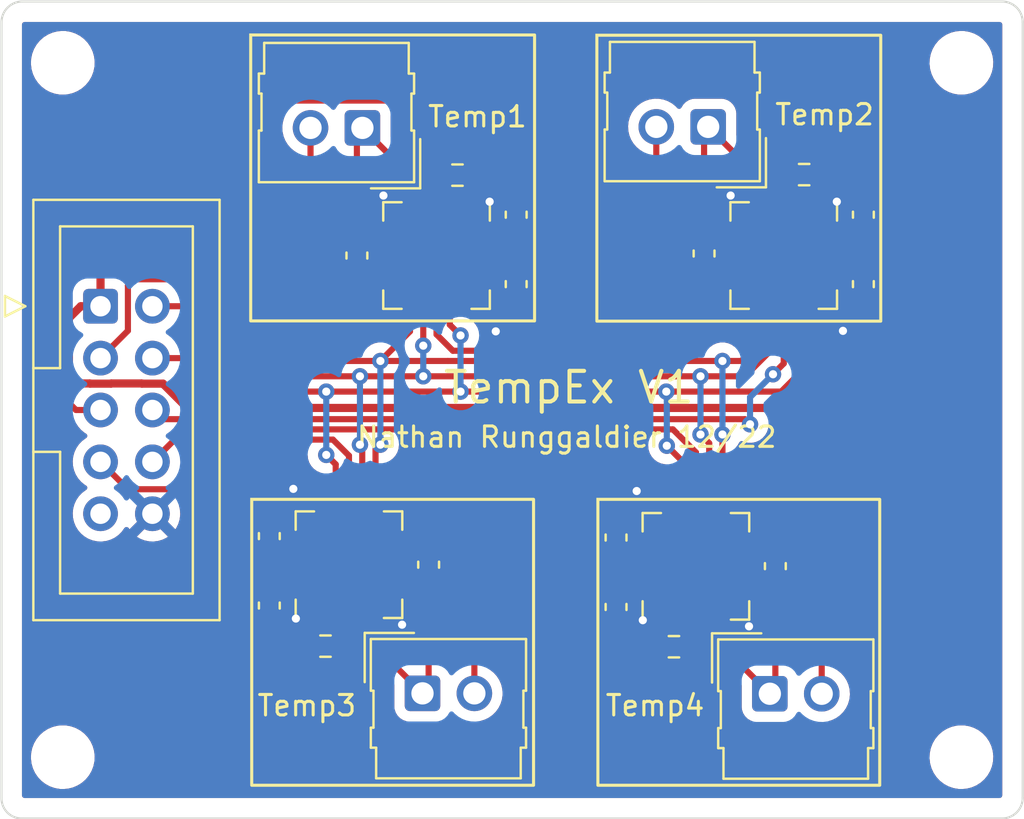
<source format=kicad_pcb>
(kicad_pcb (version 20211014) (generator pcbnew)
  (layers (0 "F.Cu" signal) (31 "B.Cu" signal) (34 "B.Paste" user) (35 "F.Paste" user) (36 "B.SilkS" user "B.Silkscreen") (37 "F.SilkS" user "F.Silkscreen") (38 "B.Mask" user) (39 "F.Mask" user) (44 "Edge.Cuts" user))
  (net 0 "")
  (net 1 "GND")
  (net 3 "Net-(R1-Pad1)")
  (net 4 "Net-(R1-Pad2)")
  (net 5 "Net-(C9-Pad1)")
  (net 6 "Net-(C9-Pad2)")
  (net 7 "Net-(R2-Pad1)")
  (net 8 "Net-(R2-Pad2)")
  (net 9 "Net-(C10-Pad1)")
  (net 10 "Net-(C10-Pad2)")
  (net 11 "Net-(R3-Pad1)")
  (net 12 "Net-(R3-Pad2)")
  (net 13 "Net-(C11-Pad1)")
  (net 16 "Net-(C11-Pad2)")
  (net 17 "Net-(R4-Pad1)")
  (net 18 "Net-(R4-Pad2)")
  (net 19 "Net-(C12-Pad1)")
  (net 20 "Net-(C12-Pad2)")
  (net 27 "/Temperature/SPI_CLK")
  (net 28 "/Temperature/SPI_MOSI")
  (net 29 "/Temperature/SPI_MISO")
  (net 30 "/Temperature/SPI_NSS1")
  (net 31 "/Temperature/SPI_NSS2")
  (net 32 "/Temperature/SPI_NSS3")
  (net 33 "/Temperature/SPI_NSS4")
  (net 34 "+3V3")
  (net 35 "GNDD")
  (footprint "NetTie:NetTie-2_SMD_Pad0.5mm" (layer "F.Cu") (at 113.7875 128.8625)
    (fp_text reference "NT3" hide)
    (fp_text value "NetTie_2" hide)
    (fp_poly (pts (xy -0.5 -0.25) (xy 0.5 -0.25) (xy 0.5 0.25) (xy -0.5 0.25)) (layer "F.Cu") (width 0) (fill solid))
    (pad "1" smd circle (at -0.5 0) (size 0.5 0.5) (layers "F.Cu") (net 35 "GNDD"))
    (pad "2" smd circle (at 0.5 0) (size 0.5 0.5) (layers "F.Cu") (net 1 "GND"))
  )
  (footprint "Connector_Molex:Molex_SL_171971-0002_1x02_P2.54mm_Vertical" (layer "F.Cu") (at 117.67 111.1875 180)
    (fp_text reference "J1" hide)
    (fp_text value "Conn_01x02" hide)
    (pad "1" thru_hole roundrect (at 0 0 180) (size 1.74 1.74) (drill 1.09) (layers *.Cu *.Mask) (roundrect_rratio 0.143678) (net 5 "Net-(C9-Pad1)"))
    (pad "2" thru_hole circle (at 2.54 0 180) (size 1.74 1.74) (drill 1.09) (layers *.Cu *.Mask) (net 6 "Net-(C9-Pad2)"))
  )
  (footprint "Capacitor_SMD:C_0603_1608Metric_Pad1.08x0.95mm_HandSolder" (layer "F.Cu") (at 130.09 134.645 -90)
    (fp_text reference "C7" hide)
    (fp_text value "100n" hide)
    (pad "1" smd roundrect (at -0.8625 0 270) (size 1.075 0.95) (layers "F.Cu" "F.Paste" "F.Mask") (net 34 "+3V3"))
    (pad "2" smd roundrect (at 0.8625 0 270) (size 1.075 0.95) (layers "F.Cu" "F.Paste" "F.Mask") (net 1 "GND"))
  )
  (footprint "NetTie:NetTie-2_SMD_Pad0.5mm" (layer "F.Cu") (at 130.6 128.9675)
    (fp_text reference "NT4" hide)
    (fp_text value "NetTie_2" hide)
    (fp_poly (pts (xy -0.5 -0.25) (xy 0.5 -0.25) (xy 0.5 0.25) (xy -0.5 0.25)) (layer "F.Cu") (width 0) (fill solid))
    (pad "1" smd circle (at -0.5 0) (size 0.5 0.5) (layers "F.Cu") (net 35 "GNDD"))
    (pad "2" smd circle (at 0.5 0) (size 0.5 0.5) (layers "F.Cu") (net 1 "GND"))
  )
  (footprint "MountingHole:MountingHole_2.1mm" (layer "F.Cu") (at 103 142)
    (fp_text reference "H2" hide)
    (fp_text value "MountingHole" hide)
    (pad "" np_thru_hole circle (at 0 0) (size 2.1 2.1) (drill 2.1) (layers *.Cu *.Mask))
  )
  (footprint "Capacitor_SMD:C_0603_1608Metric_Pad1.08x0.95mm_HandSolder" (layer "F.Cu") (at 130.09 131.245 90)
    (fp_text reference "C8" hide)
    (fp_text value "100n" hide)
    (pad "1" smd roundrect (at -0.8625 0 90) (size 1.075 0.95) (layers "F.Cu" "F.Paste" "F.Mask") (net 34 "+3V3"))
    (pad "2" smd roundrect (at 0.8625 0 90) (size 1.075 0.95) (layers "F.Cu" "F.Paste" "F.Mask") (net 35 "GNDD"))
  )
  (footprint "NetTie:NetTie-2_SMD_Pad0.5mm" (layer "F.Cu") (at 124.7 121.15 180)
    (fp_text reference "NT1" hide)
    (fp_text value "NetTie_2" hide)
    (fp_poly (pts (xy -0.5 -0.25) (xy 0.5 -0.25) (xy 0.5 0.25) (xy -0.5 0.25)) (layer "F.Cu") (width 0) (fill solid))
    (pad "1" smd circle (at -0.5 0 180) (size 0.5 0.5) (layers "F.Cu") (net 35 "GNDD"))
    (pad "2" smd circle (at 0.5 0 180) (size 0.5 0.5) (layers "F.Cu") (net 1 "GND"))
  )
  (footprint "Capacitor_SMD:C_0603_1608Metric_Pad1.08x0.95mm_HandSolder" (layer "F.Cu") (at 117.4 117.4375 -90)
    (fp_text reference "C9" hide)
    (fp_text value "100n" hide)
    (pad "1" smd roundrect (at -0.8625 0 270) (size 1.075 0.95) (layers "F.Cu" "F.Paste" "F.Mask") (net 5 "Net-(C9-Pad1)"))
    (pad "2" smd roundrect (at 0.8625 0 270) (size 1.075 0.95) (layers "F.Cu" "F.Paste" "F.Mask") (net 6 "Net-(C9-Pad2)"))
  )
  (footprint "Connector_Molex:Molex_SL_171971-0002_1x02_P2.54mm_Vertical" (layer "F.Cu") (at 120.6125 138.875)
    (fp_text reference "J4" hide)
    (fp_text value "Conn_01x02" hide)
    (pad "1" thru_hole roundrect (at 0 0) (size 1.74 1.74) (drill 1.09) (layers *.Cu *.Mask) (roundrect_rratio 0.143678) (net 13 "Net-(C11-Pad1)"))
    (pad "2" thru_hole circle (at 2.54 0) (size 1.74 1.74) (drill 1.09) (layers *.Cu *.Mask) (net 16 "Net-(C11-Pad2)"))
  )
  (footprint "Resistor_SMD:R_0603_1608Metric_Pad0.98x0.95mm_HandSolder" (layer "F.Cu") (at 115.8625 136.5625)
    (fp_text reference "R3" hide)
    (fp_text value "400" hide)
    (pad "1" smd roundrect (at -0.9125 0) (size 0.975 0.95) (layers "F.Cu" "F.Paste" "F.Mask") (net 11 "Net-(R3-Pad1)"))
    (pad "2" smd roundrect (at 0.9125 0) (size 0.975 0.95) (layers "F.Cu" "F.Paste" "F.Mask") (net 12 "Net-(R3-Pad2)"))
  )
  (footprint "MountingHole:MountingHole_2.1mm" (layer "F.Cu") (at 147 108)
    (fp_text reference "H4" hide)
    (fp_text value "MountingHole" hide)
    (pad "" np_thru_hole circle (at 0 0) (size 2.1 2.1) (drill 2.1) (layers *.Cu *.Mask))
  )
  (footprint "Capacitor_SMD:C_0603_1608Metric_Pad1.08x0.95mm_HandSolder" (layer "F.Cu") (at 142.2 118.8375 -90)
    (fp_text reference "C4" hide)
    (fp_text value "100n" hide)
    (pad "1" smd roundrect (at -0.8625 0 270) (size 1.075 0.95) (layers "F.Cu" "F.Paste" "F.Mask") (net 34 "+3V3"))
    (pad "2" smd roundrect (at 0.8625 0 270) (size 1.075 0.95) (layers "F.Cu" "F.Paste" "F.Mask") (net 35 "GNDD"))
  )
  (footprint "Connector_Molex:Molex_SL_171971-0002_1x02_P2.54mm_Vertical" (layer "F.Cu") (at 134.6 111.1375 180)
    (fp_text reference "J3" hide)
    (fp_text value "Conn_01x02" hide)
    (pad "1" thru_hole roundrect (at 0 0 180) (size 1.74 1.74) (drill 1.09) (layers *.Cu *.Mask) (roundrect_rratio 0.143678) (net 9 "Net-(C10-Pad1)"))
    (pad "2" thru_hole circle (at 2.54 0 180) (size 1.74 1.74) (drill 1.09) (layers *.Cu *.Mask) (net 10 "Net-(C10-Pad2)"))
  )
  (footprint "Capacitor_SMD:C_0603_1608Metric_Pad1.08x0.95mm_HandSolder" (layer "F.Cu") (at 120.9125 132.575 90)
    (fp_text reference "C11" hide)
    (fp_text value "100n" hide)
    (pad "1" smd roundrect (at -0.8625 0 90) (size 1.075 0.95) (layers "F.Cu" "F.Paste" "F.Mask") (net 13 "Net-(C11-Pad1)"))
    (pad "2" smd roundrect (at 0.8625 0 90) (size 1.075 0.95) (layers "F.Cu" "F.Paste" "F.Mask") (net 16 "Net-(C11-Pad2)"))
  )
  (footprint "Package_DFN_QFN:TQFN-20-1EP_5x5mm_P0.65mm_EP3.25x3.25mm" (layer "F.Cu") (at 138.3 117.4375 -90)
    (fp_text reference "U2" hide)
    (fp_text value "MAX31865xTP" hide)
    (pad "1" smd roundrect (at -2.4375 -1.3 270) (size 0.825 0.3) (layers "F.Cu" "F.Paste" "F.Mask") (net 7 "Net-(R2-Pad1)"))
    (pad "2" smd roundrect (at -2.4375 -0.65 270) (size 0.825 0.3) (layers "F.Cu" "F.Paste" "F.Mask") (net 7 "Net-(R2-Pad1)"))
    (pad "3" smd roundrect (at -2.4375 0 270) (size 0.825 0.3) (layers "F.Cu" "F.Paste" "F.Mask") (net 8 "Net-(R2-Pad2)"))
    (pad "4" smd roundrect (at -2.4375 0.65 270) (size 0.825 0.3) (layers "F.Cu" "F.Paste" "F.Mask") (net 8 "Net-(R2-Pad2)"))
    (pad "5" smd roundrect (at -2.4375 1.3 270) (size 0.825 0.3) (layers "F.Cu" "F.Paste" "F.Mask") (net 9 "Net-(C10-Pad1)"))
    (pad "6" smd roundrect (at -1.3 2.4375 270) (size 0.3 0.825) (layers "F.Cu" "F.Paste" "F.Mask") (net 1 "GND"))
    (pad "7" smd roundrect (at -0.65 2.4375 270) (size 0.3 0.825) (layers "F.Cu" "F.Paste" "F.Mask") (net 9 "Net-(C10-Pad1)"))
    (pad "8" smd roundrect (at 0 2.4375 270) (size 0.3 0.825) (layers "F.Cu" "F.Paste" "F.Mask") (net 10 "Net-(C10-Pad2)"))
    (pad "9" smd roundrect (at 0.65 2.4375 270) (size 0.3 0.825) (layers "F.Cu" "F.Paste" "F.Mask") (net 10 "Net-(C10-Pad2)"))
    (pad "10" smd roundrect (at 1.3 2.4375 270) (size 0.3 0.825) (layers "F.Cu" "F.Paste" "F.Mask") (net 1 "GND"))
    (pad "11" smd roundrect (at 2.4375 1.3 270) (size 0.825 0.3) (layers "F.Cu" "F.Paste" "F.Mask") (net 28 "/Temperature/SPI_MOSI"))
    (pad "12" smd roundrect (at 2.4375 0.65 270) (size 0.825 0.3) (layers "F.Cu" "F.Paste" "F.Mask") (net 27 "/Temperature/SPI_CLK"))
    (pad "13" smd roundrect (at 2.4375 0 270) (size 0.825 0.3) (layers "F.Cu" "F.Paste" "F.Mask") (net 31 "/Temperature/SPI_NSS2"))
    (pad "14" smd roundrect (at 2.4375 -0.65 270) (size 0.825 0.3) (layers "F.Cu" "F.Paste" "F.Mask") (net 29 "/Temperature/SPI_MISO"))
    (pad "15" smd roundrect (at 2.4375 -1.3 270) (size 0.825 0.3) (layers "F.Cu" "F.Paste" "F.Mask") (net 35 "GNDD"))
    (pad "16" smd roundrect (at 1.3 -2.4375 270) (size 0.3 0.825) (layers "F.Cu" "F.Paste" "F.Mask") (net 1 "GND"))
    (pad "17" smd roundrect (at 0.65 -2.4375 270) (size 0.3 0.825) (layers "F.Cu" "F.Paste" "F.Mask"))
    (pad "18" smd roundrect (at 0 -2.4375 270) (size 0.3 0.825) (layers "F.Cu" "F.Paste" "F.Mask"))
    (pad "19" smd roundrect (at -0.65 -2.4375 270) (size 0.3 0.825) (layers "F.Cu" "F.Paste" "F.Mask") (net 34 "+3V3"))
    (pad "20" smd roundrect (at -1.3 -2.4375 270) (size 0.3 0.825) (layers "F.Cu" "F.Paste" "F.Mask") (net 34 "+3V3"))
    (pad "21" smd rect (at 0 0 270) (size 3.25 3.25) (layers "F.Cu" "F.Mask") (net 1 "GND"))
  )
  (footprint "NetTie:NetTie-2_SMD_Pad0.5mm" (layer "F.Cu") (at 141.7 121.125 180)
    (fp_text reference "NT2" hide)
    (fp_text value "NetTie_2" hide)
    (fp_poly (pts (xy -0.5 -0.25) (xy 0.5 -0.25) (xy 0.5 0.25) (xy -0.5 0.25)) (layer "F.Cu") (width 0) (fill solid))
    (pad "1" smd circle (at -0.5 0 180) (size 0.5 0.5) (layers "F.Cu") (net 35 "GNDD"))
    (pad "2" smd circle (at 0.5 0 180) (size 0.5 0.5) (layers "F.Cu") (net 1 "GND"))
  )
  (footprint "Capacitor_SMD:C_0603_1608Metric_Pad1.08x0.95mm_HandSolder" (layer "F.Cu") (at 134.4 117.3375 -90)
    (fp_text reference "C10" hide)
    (fp_text value "100n" hide)
    (pad "1" smd roundrect (at -0.8625 0 270) (size 1.075 0.95) (layers "F.Cu" "F.Paste" "F.Mask") (net 9 "Net-(C10-Pad1)"))
    (pad "2" smd roundrect (at 0.8625 0 270) (size 1.075 0.95) (layers "F.Cu" "F.Paste" "F.Mask") (net 10 "Net-(C10-Pad2)"))
  )
  (footprint "Package_DFN_QFN:TQFN-20-1EP_5x5mm_P0.65mm_EP3.25x3.25mm" (layer "F.Cu") (at 134 132.655 90)
    (fp_text reference "U4" hide)
    (fp_text value "MAX31865xTP" hide)
    (pad "1" smd roundrect (at -2.4375 -1.3 90) (size 0.825 0.3) (layers "F.Cu" "F.Paste" "F.Mask") (net 17 "Net-(R4-Pad1)"))
    (pad "2" smd roundrect (at -2.4375 -0.65 90) (size 0.825 0.3) (layers "F.Cu" "F.Paste" "F.Mask") (net 17 "Net-(R4-Pad1)"))
    (pad "3" smd roundrect (at -2.4375 0 90) (size 0.825 0.3) (layers "F.Cu" "F.Paste" "F.Mask") (net 18 "Net-(R4-Pad2)"))
    (pad "4" smd roundrect (at -2.4375 0.65 90) (size 0.825 0.3) (layers "F.Cu" "F.Paste" "F.Mask") (net 18 "Net-(R4-Pad2)"))
    (pad "5" smd roundrect (at -2.4375 1.3 90) (size 0.825 0.3) (layers "F.Cu" "F.Paste" "F.Mask") (net 19 "Net-(C12-Pad1)"))
    (pad "6" smd roundrect (at -1.3 2.4375 90) (size 0.3 0.825) (layers "F.Cu" "F.Paste" "F.Mask") (net 1 "GND"))
    (pad "7" smd roundrect (at -0.65 2.4375 90) (size 0.3 0.825) (layers "F.Cu" "F.Paste" "F.Mask") (net 19 "Net-(C12-Pad1)"))
    (pad "8" smd roundrect (at 0 2.4375 90) (size 0.3 0.825) (layers "F.Cu" "F.Paste" "F.Mask") (net 20 "Net-(C12-Pad2)"))
    (pad "9" smd roundrect (at 0.65 2.4375 90) (size 0.3 0.825) (layers "F.Cu" "F.Paste" "F.Mask") (net 20 "Net-(C12-Pad2)"))
    (pad "10" smd roundrect (at 1.3 2.4375 90) (size 0.3 0.825) (layers "F.Cu" "F.Paste" "F.Mask") (net 1 "GND"))
    (pad "11" smd roundrect (at 2.4375 1.3 90) (size 0.825 0.3) (layers "F.Cu" "F.Paste" "F.Mask") (net 28 "/Temperature/SPI_MOSI"))
    (pad "12" smd roundrect (at 2.4375 0.65 90) (size 0.825 0.3) (layers "F.Cu" "F.Paste" "F.Mask") (net 27 "/Temperature/SPI_CLK"))
    (pad "13" smd roundrect (at 2.4375 0 90) (size 0.825 0.3) (layers "F.Cu" "F.Paste" "F.Mask") (net 33 "/Temperature/SPI_NSS4"))
    (pad "14" smd roundrect (at 2.4375 -0.65 90) (size 0.825 0.3) (layers "F.Cu" "F.Paste" "F.Mask") (net 29 "/Temperature/SPI_MISO"))
    (pad "15" smd roundrect (at 2.4375 -1.3 90) (size 0.825 0.3) (layers "F.Cu" "F.Paste" "F.Mask") (net 35 "GNDD"))
    (pad "16" smd roundrect (at 1.3 -2.4375 90) (size 0.3 0.825) (layers "F.Cu" "F.Paste" "F.Mask") (net 1 "GND"))
    (pad "17" smd roundrect (at 0.65 -2.4375 90) (size 0.3 0.825) (layers "F.Cu" "F.Paste" "F.Mask"))
    (pad "18" smd roundrect (at 0 -2.4375 90) (size 0.3 0.825) (layers "F.Cu" "F.Paste" "F.Mask"))
    (pad "19" smd roundrect (at -0.65 -2.4375 90) (size 0.3 0.825) (layers "F.Cu" "F.Paste" "F.Mask") (net 34 "+3V3"))
    (pad "20" smd roundrect (at -1.3 -2.4375 90) (size 0.3 0.825) (layers "F.Cu" "F.Paste" "F.Mask") (net 34 "+3V3"))
    (pad "21" smd rect (at 0 0 90) (size 3.25 3.25) (layers "F.Cu" "F.Mask") (net 1 "GND"))
  )
  (footprint "MountingHole:MountingHole_2.1mm" (layer "F.Cu") (at 147 142)
    (fp_text reference "H3" hide)
    (fp_text value "MountingHole" hide)
    (pad "" np_thru_hole circle (at 0 0) (size 2.1 2.1) (drill 2.1) (layers *.Cu *.Mask))
  )
  (footprint "Capacitor_SMD:C_0603_1608Metric_Pad1.08x0.95mm_HandSolder" (layer "F.Cu") (at 125.2 118.8375 -90)
    (fp_text reference "C2" hide)
    (fp_text value "100n" hide)
    (pad "1" smd roundrect (at -0.8625 0 270) (size 1.075 0.95) (layers "F.Cu" "F.Paste" "F.Mask") (net 34 "+3V3"))
    (pad "2" smd roundrect (at 0.8625 0 270) (size 1.075 0.95) (layers "F.Cu" "F.Paste" "F.Mask") (net 35 "GNDD"))
  )
  (footprint "Resistor_SMD:R_0603_1608Metric_Pad0.98x0.95mm_HandSolder" (layer "F.Cu") (at 139.3 113.475 180)
    (fp_text reference "R2" hide)
    (fp_text value "400" hide)
    (pad "1" smd roundrect (at -0.9125 0 180) (size 0.975 0.95) (layers "F.Cu" "F.Paste" "F.Mask") (net 7 "Net-(R2-Pad1)"))
    (pad "2" smd roundrect (at 0.9125 0 180) (size 0.975 0.95) (layers "F.Cu" "F.Paste" "F.Mask") (net 8 "Net-(R2-Pad2)"))
  )
  (footprint "Resistor_SMD:R_0603_1608Metric_Pad0.98x0.95mm_HandSolder" (layer "F.Cu") (at 132.925 136.5925)
    (fp_text reference "R4" hide)
    (fp_text value "400" hide)
    (pad "1" smd roundrect (at -0.9125 0) (size 0.975 0.95) (layers "F.Cu" "F.Paste" "F.Mask") (net 17 "Net-(R4-Pad1)"))
    (pad "2" smd roundrect (at 0.9125 0) (size 0.975 0.95) (layers "F.Cu" "F.Paste" "F.Mask") (net 18 "Net-(R4-Pad2)"))
  )
  (footprint "Capacitor_SMD:C_0603_1608Metric_Pad1.08x0.95mm_HandSolder" (layer "F.Cu") (at 113.1125 134.575 -90)
    (fp_text reference "C5" hide)
    (fp_text value "100n" hide)
    (pad "1" smd roundrect (at -0.8625 0 270) (size 1.075 0.95) (layers "F.Cu" "F.Paste" "F.Mask") (net 34 "+3V3"))
    (pad "2" smd roundrect (at 0.8625 0 270) (size 1.075 0.95) (layers "F.Cu" "F.Paste" "F.Mask") (net 1 "GND"))
  )
  (footprint "Resistor_SMD:R_0603_1608Metric_Pad0.98x0.95mm_HandSolder" (layer "F.Cu") (at 122.325 113.5 180)
    (fp_text reference "R1" hide)
    (fp_text value "400" hide)
    (pad "1" smd roundrect (at -0.9125 0 180) (size 0.975 0.95) (layers "F.Cu" "F.Paste" "F.Mask") (net 3 "Net-(R1-Pad1)"))
    (pad "2" smd roundrect (at 0.9125 0 180) (size 0.975 0.95) (layers "F.Cu" "F.Paste" "F.Mask") (net 4 "Net-(R1-Pad2)"))
  )
  (footprint "Capacitor_SMD:C_0603_1608Metric_Pad1.08x0.95mm_HandSolder" (layer "F.Cu") (at 113.1125 131.175 90)
    (fp_text reference "C6" hide)
    (fp_text value "100n" hide)
    (pad "1" smd roundrect (at -0.8625 0 90) (size 1.075 0.95) (layers "F.Cu" "F.Paste" "F.Mask") (net 34 "+3V3"))
    (pad "2" smd roundrect (at 0.8625 0 90) (size 1.075 0.95) (layers "F.Cu" "F.Paste" "F.Mask") (net 35 "GNDD"))
  )
  (footprint "Capacitor_SMD:C_0603_1608Metric_Pad1.08x0.95mm_HandSolder" (layer "F.Cu") (at 137.89 132.645 90)
    (fp_text reference "C12" hide)
    (fp_text value "100n" hide)
    (pad "1" smd roundrect (at -0.8625 0 90) (size 1.075 0.95) (layers "F.Cu" "F.Paste" "F.Mask") (net 19 "Net-(C12-Pad1)"))
    (pad "2" smd roundrect (at 0.8625 0 90) (size 1.075 0.95) (layers "F.Cu" "F.Paste" "F.Mask") (net 20 "Net-(C12-Pad2)"))
  )
  (footprint "Capacitor_SMD:C_0603_1608Metric_Pad1.08x0.95mm_HandSolder" (layer "F.Cu") (at 142.2 115.4375 90)
    (fp_text reference "C3" hide)
    (fp_text value "100n" hide)
    (pad "1" smd roundrect (at -0.8625 0 90) (size 1.075 0.95) (layers "F.Cu" "F.Paste" "F.Mask") (net 34 "+3V3"))
    (pad "2" smd roundrect (at 0.8625 0 90) (size 1.075 0.95) (layers "F.Cu" "F.Paste" "F.Mask") (net 1 "GND"))
  )
  (footprint "Package_DFN_QFN:TQFN-20-1EP_5x5mm_P0.65mm_EP3.25x3.25mm" (layer "F.Cu") (at 121.3 117.4375 -90)
    (fp_text reference "U1" hide)
    (fp_text value "MAX31865xTP" hide)
    (pad "1" smd roundrect (at -2.4375 -1.3 270) (size 0.825 0.3) (layers "F.Cu" "F.Paste" "F.Mask") (net 3 "Net-(R1-Pad1)"))
    (pad "2" smd roundrect (at -2.4375 -0.65 270) (size 0.825 0.3) (layers "F.Cu" "F.Paste" "F.Mask") (net 3 "Net-(R1-Pad1)"))
    (pad "3" smd roundrect (at -2.4375 0 270) (size 0.825 0.3) (layers "F.Cu" "F.Paste" "F.Mask") (net 4 "Net-(R1-Pad2)"))
    (pad "4" smd roundrect (at -2.4375 0.65 270) (size 0.825 0.3) (layers "F.Cu" "F.Paste" "F.Mask") (net 4 "Net-(R1-Pad2)"))
    (pad "5" smd roundrect (at -2.4375 1.3 270) (size 0.825 0.3) (layers "F.Cu" "F.Paste" "F.Mask") (net 5 "Net-(C9-Pad1)"))
    (pad "6" smd roundrect (at -1.3 2.4375 270) (size 0.3 0.825) (layers "F.Cu" "F.Paste" "F.Mask") (net 1 "GND"))
    (pad "7" smd roundrect (at -0.65 2.4375 270) (size 0.3 0.825) (layers "F.Cu" "F.Paste" "F.Mask") (net 5 "Net-(C9-Pad1)"))
    (pad "8" smd roundrect (at 0 2.4375 270) (size 0.3 0.825) (layers "F.Cu" "F.Paste" "F.Mask") (net 6 "Net-(C9-Pad2)"))
    (pad "9" smd roundrect (at 0.65 2.4375 270) (size 0.3 0.825) (layers "F.Cu" "F.Paste" "F.Mask") (net 6 "Net-(C9-Pad2)"))
    (pad "10" smd roundrect (at 1.3 2.4375 270) (size 0.3 0.825) (layers "F.Cu" "F.Paste" "F.Mask") (net 1 "GND"))
    (pad "11" smd roundrect (at 2.4375 1.3 270) (size 0.825 0.3) (layers "F.Cu" "F.Paste" "F.Mask") (net 28 "/Temperature/SPI_MOSI"))
    (pad "12" smd roundrect (at 2.4375 0.65 270) (size 0.825 0.3) (layers "F.Cu" "F.Paste" "F.Mask") (net 27 "/Temperature/SPI_CLK"))
    (pad "13" smd roundrect (at 2.4375 0 270) (size 0.825 0.3) (layers "F.Cu" "F.Paste" "F.Mask") (net 30 "/Temperature/SPI_NSS1"))
    (pad "14" smd roundrect (at 2.4375 -0.65 270) (size 0.825 0.3) (layers "F.Cu" "F.Paste" "F.Mask") (net 29 "/Temperature/SPI_MISO"))
    (pad "15" smd roundrect (at 2.4375 -1.3 270) (size 0.825 0.3) (layers "F.Cu" "F.Paste" "F.Mask") (net 35 "GNDD"))
    (pad "16" smd roundrect (at 1.3 -2.4375 270) (size 0.3 0.825) (layers "F.Cu" "F.Paste" "F.Mask") (net 1 "GND"))
    (pad "17" smd roundrect (at 0.65 -2.4375 270) (size 0.3 0.825) (layers "F.Cu" "F.Paste" "F.Mask"))
    (pad "18" smd roundrect (at 0 -2.4375 270) (size 0.3 0.825) (layers "F.Cu" "F.Paste" "F.Mask"))
    (pad "19" smd roundrect (at -0.65 -2.4375 270) (size 0.3 0.825) (layers "F.Cu" "F.Paste" "F.Mask") (net 34 "+3V3"))
    (pad "20" smd roundrect (at -1.3 -2.4375 270) (size 0.3 0.825) (layers "F.Cu" "F.Paste" "F.Mask") (net 34 "+3V3"))
    (pad "21" smd rect (at 0 0 270) (size 3.25 3.25) (layers "F.Cu" "F.Mask") (net 1 "GND"))
  )
  (footprint "Capacitor_SMD:C_0603_1608Metric_Pad1.08x0.95mm_HandSolder" (layer "F.Cu") (at 125.2 115.4375 90)
    (fp_text reference "C1" hide)
    (fp_text value "100n" hide)
    (pad "1" smd roundrect (at -0.8625 0 90) (size 1.075 0.95) (layers "F.Cu" "F.Paste" "F.Mask") (net 34 "+3V3"))
    (pad "2" smd roundrect (at 0.8625 0 90) (size 1.075 0.95) (layers "F.Cu" "F.Paste" "F.Mask") (net 1 "GND"))
  )
  (footprint "Connector_Molex:Molex_SL_171971-0002_1x02_P2.54mm_Vertical" (layer "F.Cu") (at 137.62 138.895)
    (fp_text reference "J5" hide)
    (fp_text value "Conn_01x02" hide)
    (pad "1" thru_hole roundrect (at 0 0) (size 1.74 1.74) (drill 1.09) (layers *.Cu *.Mask) (roundrect_rratio 0.143678) (net 19 "Net-(C12-Pad1)"))
    (pad "2" thru_hole circle (at 2.54 0) (size 1.74 1.74) (drill 1.09) (layers *.Cu *.Mask) (net 20 "Net-(C12-Pad2)"))
  )
  (footprint "Connector_IDC:IDC-Header_2x05_P2.54mm_Vertical" (layer "F.Cu") (at 104.8475 119.92)
    (fp_text reference "J2" hide)
    (fp_text value "Conn_01x10" hide)
    (pad "1" thru_hole roundrect (at 0 0) (size 1.7 1.7) (drill 1) (layers *.Cu *.Mask) (roundrect_rratio 0.147059) (net 34 "+3V3"))
    (pad "2" thru_hole circle (at 2.54 0) (size 1.7 1.7) (drill 1) (layers *.Cu *.Mask) (net 27 "/Temperature/SPI_CLK"))
    (pad "3" thru_hole circle (at 0 2.54) (size 1.7 1.7) (drill 1) (layers *.Cu *.Mask) (net 28 "/Temperature/SPI_MOSI"))
    (pad "4" thru_hole circle (at 2.54 2.54) (size 1.7 1.7) (drill 1) (layers *.Cu *.Mask) (net 29 "/Temperature/SPI_MISO"))
    (pad "5" thru_hole circle (at 0 5.08) (size 1.7 1.7) (drill 1) (layers *.Cu *.Mask) (net 30 "/Temperature/SPI_NSS1"))
    (pad "6" thru_hole circle (at 2.54 5.08) (size 1.7 1.7) (drill 1) (layers *.Cu *.Mask) (net 31 "/Temperature/SPI_NSS2"))
    (pad "7" thru_hole circle (at 0 7.62) (size 1.7 1.7) (drill 1) (layers *.Cu *.Mask) (net 32 "/Temperature/SPI_NSS3"))
    (pad "8" thru_hole circle (at 2.54 7.62) (size 1.7 1.7) (drill 1) (layers *.Cu *.Mask) (net 33 "/Temperature/SPI_NSS4"))
    (pad "9" thru_hole circle (at 0 10.16) (size 1.7 1.7) (drill 1) (layers *.Cu *.Mask))
    (pad "10" thru_hole circle (at 2.54 10.16) (size 1.7 1.7) (drill 1) (layers *.Cu *.Mask) (net 1 "GND"))
  )
  (footprint "Package_DFN_QFN:TQFN-20-1EP_5x5mm_P0.65mm_EP3.25x3.25mm" (layer "F.Cu") (at 117.0125 132.575 90)
    (fp_text reference "U3" hide)
    (fp_text value "MAX31865xTP" hide)
    (pad "1" smd roundrect (at -2.4375 -1.3 90) (size 0.825 0.3) (layers "F.Cu" "F.Paste" "F.Mask") (net 11 "Net-(R3-Pad1)"))
    (pad "2" smd roundrect (at -2.4375 -0.65 90) (size 0.825 0.3) (layers "F.Cu" "F.Paste" "F.Mask") (net 11 "Net-(R3-Pad1)"))
    (pad "3" smd roundrect (at -2.4375 0 90) (size 0.825 0.3) (layers "F.Cu" "F.Paste" "F.Mask") (net 12 "Net-(R3-Pad2)"))
    (pad "4" smd roundrect (at -2.4375 0.65 90) (size 0.825 0.3) (layers "F.Cu" "F.Paste" "F.Mask") (net 12 "Net-(R3-Pad2)"))
    (pad "5" smd roundrect (at -2.4375 1.3 90) (size 0.825 0.3) (layers "F.Cu" "F.Paste" "F.Mask") (net 13 "Net-(C11-Pad1)"))
    (pad "6" smd roundrect (at -1.3 2.4375 90) (size 0.3 0.825) (layers "F.Cu" "F.Paste" "F.Mask") (net 1 "GND"))
    (pad "7" smd roundrect (at -0.65 2.4375 90) (size 0.3 0.825) (layers "F.Cu" "F.Paste" "F.Mask") (net 13 "Net-(C11-Pad1)"))
    (pad "8" smd roundrect (at 0 2.4375 90) (size 0.3 0.825) (layers "F.Cu" "F.Paste" "F.Mask") (net 16 "Net-(C11-Pad2)"))
    (pad "9" smd roundrect (at 0.65 2.4375 90) (size 0.3 0.825) (layers "F.Cu" "F.Paste" "F.Mask") (net 16 "Net-(C11-Pad2)"))
    (pad "10" smd roundrect (at 1.3 2.4375 90) (size 0.3 0.825) (layers "F.Cu" "F.Paste" "F.Mask") (net 1 "GND"))
    (pad "11" smd roundrect (at 2.4375 1.3 90) (size 0.825 0.3) (layers "F.Cu" "F.Paste" "F.Mask") (net 28 "/Temperature/SPI_MOSI"))
    (pad "12" smd roundrect (at 2.4375 0.65 90) (size 0.825 0.3) (layers "F.Cu" "F.Paste" "F.Mask") (net 27 "/Temperature/SPI_CLK"))
    (pad "13" smd roundrect (at 2.4375 0 90) (size 0.825 0.3) (layers "F.Cu" "F.Paste" "F.Mask") (net 32 "/Temperature/SPI_NSS3"))
    (pad "14" smd roundrect (at 2.4375 -0.65 90) (size 0.825 0.3) (layers "F.Cu" "F.Paste" "F.Mask") (net 29 "/Temperature/SPI_MISO"))
    (pad "15" smd roundrect (at 2.4375 -1.3 90) (size 0.825 0.3) (layers "F.Cu" "F.Paste" "F.Mask") (net 35 "GNDD"))
    (pad "16" smd roundrect (at 1.3 -2.4375 90) (size 0.3 0.825) (layers "F.Cu" "F.Paste" "F.Mask") (net 1 "GND"))
    (pad "17" smd roundrect (at 0.65 -2.4375 90) (size 0.3 0.825) (layers "F.Cu" "F.Paste" "F.Mask"))
    (pad "18" smd roundrect (at 0 -2.4375 90) (size 0.3 0.825) (layers "F.Cu" "F.Paste" "F.Mask"))
    (pad "19" smd roundrect (at -0.65 -2.4375 90) (size 0.3 0.825) (layers "F.Cu" "F.Paste" "F.Mask") (net 34 "+3V3"))
    (pad "20" smd roundrect (at -1.3 -2.4375 90) (size 0.3 0.825) (layers "F.Cu" "F.Paste" "F.Mask") (net 34 "+3V3"))
    (pad "21" smd rect (at 0 0 90) (size 3.25 3.25) (layers "F.Cu" "F.Mask") (net 1 "GND"))
  )
  (footprint "MountingHole:MountingHole_2.1mm" (layer "F.Cu") (at 103 108)
    (fp_text reference "H1" hide)
    (fp_text value "MountingHole" hide)
    (pad "" np_thru_hole circle (at 0 0) (size 2.1 2.1) (drill 2.1) (layers *.Cu *.Mask))
  )
  (gr_rect (start 129.15 106.65) (end 143.05 120.65) (layer "F.SilkS") (width 0.15) (fill none))
  (gr_rect (start 143 143.375) (end 129.2 129.375) (layer "F.SilkS") (width 0.15) (fill none))
  (gr_rect (start 112.2 106.6375) (end 126.1 120.6375) (layer "F.SilkS") (width 0.15) (fill none))
  (gr_rect (start 126.05 143.375) (end 112.25 129.375) (layer "F.SilkS") (width 0.15) (fill none))
  (gr_line (start 101 145) (end 149 145) (layer "Edge.Cuts") (width 0.1))
  (gr_line (start 150 143.992893) (end 150 106) (layer "Edge.Cuts") (width 0.1))
  (gr_arc (start 150 143.992893) (mid 149.707535 144.702517) (end 149 145) (layer "Edge.Cuts") (width 0.1))
  (gr_arc (start 101 145) (mid 100.287664 144.712336) (end 100 144) (layer "Edge.Cuts") (width 0.1))
  (gr_arc (start 148.992893 105) (mid 149.702517 105.292465) (end 150 106) (layer "Edge.Cuts") (width 0.1))
  (gr_line (start 100 106.007107) (end 100 144) (layer "Edge.Cuts") (width 0.1))
  (gr_arc (start 100 106.007107) (mid 100.29706 105.29706) (end 101.007107 105) (layer "Edge.Cuts") (width 0.1))
  (gr_line (start 148.992893 105) (end 101.007107 105) (layer "Edge.Cuts") (width 0.1))
  (gr_text "Temp4" (at 132 139.475) (layer "F.SilkS") (effects (font (size 1 1))))
  (gr_text "Temp2" (at 140.3 110.5375) (layer "F.SilkS") (effects (font (size 1 1))))
  (gr_text "Temp3" (at 114.95 139.475) (layer "F.SilkS") (effects (font (size 1 1))))
  (gr_text "Temp1" (at 123.3 110.6375) (layer "F.SilkS") (effects (font (size 1 1))))
  (gr_text "TempEx V1" (at 127.775 123.9) (layer "F.SilkS") (effects (font (size 1.5 1.5) (thickness 0.2))))
  (gr_text "Nathan Runggaldier 12/22" (at 127.675 126.325) (layer "F.SilkS") (effects (font (size 1 1))))
  (segment (start 122.6 118.7375) (end 121.3 117.4375) (width 0.3) (layer "F.Cu") (net 1))
  (segment (start 140.7375 118.7375) (end 139.6 118.7375) (width 0.3) (layer "F.Cu") (net 1))
  (segment (start 117.0125 132.575) (end 118.3125 131.275) (width 0.3) (layer "F.Cu") (net 1))
  (segment (start 120 116.1375) (end 121.3 117.4375) (width 0.3) (layer "F.Cu") (net 1))
  (segment (start 135.3 131.355) (end 134 132.655) (width 0.3) (layer "F.Cu") (net 1))
  (segment (start 131.5625 131.355) (end 132.7 131.355) (width 0.3) (layer "F.Cu") (net 1))
  (segment (start 123.7375 118.7375) (end 122.6 118.7375) (width 0.3) (layer "F.Cu") (net 1))
  (segment (start 132.7 131.355) (end 134 132.655) (width 0.3) (layer "F.Cu") (net 1))
  (segment (start 135.8625 118.7375) (end 137 118.7375) (width 0.3) (layer "F.Cu") (net 1))
  (segment (start 135.3 133.955) (end 134 132.655) (width 0.3) (layer "F.Cu") (net 1))
  (segment (start 135.8625 116.1375) (end 137 116.1375) (width 0.3) (layer "F.Cu") (net 1))
  (segment (start 118.3125 133.875) (end 117.0125 132.575) (width 0.3) (layer "F.Cu") (net 1))
  (segment (start 114.575 131.275) (end 115.7125 131.275) (width 0.3) (layer "F.Cu") (net 1))
  (segment (start 136.4375 133.955) (end 135.3 133.955) (width 0.3) (layer "F.Cu") (net 1))
  (segment (start 137 118.7375) (end 138.3 117.4375) (width 0.3) (layer "F.Cu") (net 1))
  (segment (start 139.6 118.7375) (end 138.3 117.4375) (width 0.3) (layer "F.Cu") (net 1))
  (segment (start 118.3125 131.275) (end 119.45 131.275) (width 0.3) (layer "F.Cu") (net 1))
  (segment (start 120 118.7375) (end 121.3 117.4375) (width 0.3) (layer "F.Cu") (net 1))
  (segment (start 118.8625 118.7375) (end 120 118.7375) (width 0.3) (layer "F.Cu") (net 1))
  (segment (start 115.7125 131.275) (end 117.0125 132.575) (width 0.3) (layer "F.Cu") (net 1))
  (segment (start 136.4375 131.355) (end 135.3 131.355) (width 0.3) (layer "F.Cu") (net 1))
  (segment (start 137 116.1375) (end 138.3 117.4375) (width 0.3) (layer "F.Cu") (net 1))
  (segment (start 119.45 133.875) (end 118.3125 133.875) (width 0.3) (layer "F.Cu") (net 1))
  (segment (start 118.8625 116.1375) (end 120 116.1375) (width 0.3) (layer "F.Cu") (net 1))
  (via (at 114.2875 128.8625) (size 0.8) (drill 0.4) (layers "F.Cu" "B.Cu") (net 1))
  (via (at 131.4 135.2925) (size 0.8) (drill 0.4) (layers "F.Cu" "B.Cu") (net 1))
  (via (at 141.2 121.125) (size 0.8) (drill 0.4) (layers "F.Cu" "B.Cu") (net 1))
  (via (at 114.4125 135.2125) (size 0.8) (drill 0.4) (layers "F.Cu" "B.Cu") (net 1))
  (via (at 118.7 114.5) (size 0.8) (drill 0.4) (layers "F.Cu" "B.Cu") (net 1))
  (via (at 136.6 135.5925) (size 0.8) (drill 0.4) (layers "F.Cu" "B.Cu") (net 1))
  (via (at 123.9 114.8) (size 0.8) (drill 0.4) (layers "F.Cu" "B.Cu") (net 1))
  (via (at 131.1 128.9675) (size 0.8) (drill 0.4) (layers "F.Cu" "B.Cu") (net 1))
  (via (at 140.9 114.8) (size 0.8) (drill 0.4) (layers "F.Cu" "B.Cu") (net 1))
  (via (at 124.2 121.15) (size 0.8) (drill 0.4) (layers "F.Cu" "B.Cu") (net 1))
  (via (at 119.6125 135.5125) (size 0.8) (drill 0.4) (layers "F.Cu" "B.Cu") (net 1))
  (via (at 135.7 114.5) (size 0.8) (drill 0.4) (layers "F.Cu" "B.Cu") (net 1))
  (segment (start 122.6 114.1375) (end 123.2375 113.5) (width 0.3) (layer "F.Cu") (net 3))
  (segment (start 122.6 115) (end 122.6 114.1375) (width 0.3) (layer "F.Cu") (net 3))
  (segment (start 121.95 115) (end 122.6 115) (width 0.3) (layer "F.Cu") (net 3))
  (segment (start 121.3 115) (end 120.65 115) (width 0.3) (layer "F.Cu") (net 4))
  (segment (start 121.3 113.6125) (end 121.4125 113.5) (width 0.3) (layer "F.Cu") (net 4))
  (segment (start 121.3 115) (end 121.3 113.6125) (width 0.3) (layer "F.Cu") (net 4))
  (segment (start 118.8625 116.7875) (end 117.6125 116.7875) (width 0.3) (layer "F.Cu") (net 5))
  (segment (start 120 115) (end 120 113.5175) (width 0.3) (layer "F.Cu") (net 5))
  (segment (start 117.6125 116.7875) (end 117.4 116.575) (width 0.3) (layer "F.Cu") (net 5))
  (segment (start 120 113.5175) (end 117.67 111.1875) (width 0.3) (layer "F.Cu") (net 5))
  (segment (start 117.4 111.4575) (end 117.67 111.1875) (width 0.3) (layer "F.Cu") (net 5))
  (segment (start 117.4 116.575) (end 117.4 111.4575) (width 0.3) (layer "F.Cu") (net 5))
  (segment (start 117.4 118.3) (end 117.6125 118.0875) (width 0.3) (layer "F.Cu") (net 6))
  (segment (start 115.13 116.8675) (end 115.13 111.1875) (width 0.3) (layer "F.Cu") (net 6))
  (segment (start 117.6125 118.0875) (end 118.8625 118.0875) (width 0.3) (layer "F.Cu") (net 6))
  (segment (start 118.8625 117.4375) (end 118.8625 118.0875) (width 0.3) (layer "F.Cu") (net 6))
  (segment (start 117.4 118.3) (end 116.5625 118.3) (width 0.3) (layer "F.Cu") (net 6))
  (segment (start 116.5625 118.3) (end 115.13 116.8675) (width 0.3) (layer "F.Cu") (net 6))
  (segment (start 139.6 115) (end 138.95 115) (width 0.3) (layer "F.Cu") (net 7))
  (segment (start 139.6 114.0875) (end 140.2125 113.475) (width 0.3) (layer "F.Cu") (net 7))
  (segment (start 139.6 115) (end 139.6 114.0875) (width 0.3) (layer "F.Cu") (net 7))
  (segment (start 138.3 115) (end 138.3 113.5625) (width 0.3) (layer "F.Cu") (net 8))
  (segment (start 138.3 115) (end 137.65 115) (width 0.3) (layer "F.Cu") (net 8))
  (segment (start 138.3 113.5625) (end 138.3875 113.475) (width 0.3) (layer "F.Cu") (net 8))
  (segment (start 134.4 111.3375) (end 134.6 111.1375) (width 0.3) (layer "F.Cu") (net 9))
  (segment (start 134.4 116.475) (end 134.4 111.3375) (width 0.3) (layer "F.Cu") (net 9))
  (segment (start 137 113.5375) (end 134.6 111.1375) (width 0.3) (layer "F.Cu") (net 9))
  (segment (start 134.7125 116.7875) (end 135.8625 116.7875) (width 0.3) (layer "F.Cu") (net 9))
  (segment (start 137 115) (end 137 113.5375) (width 0.3) (layer "F.Cu") (net 9))
  (segment (start 134.4 116.475) (end 134.7125 116.7875) (width 0.3) (layer "F.Cu") (net 9))
  (segment (start 135.8625 118.0875) (end 135.8625 117.4375) (width 0.3) (layer "F.Cu") (net 10))
  (segment (start 134.5125 118.0875) (end 135.8625 118.0875) (width 0.3) (layer "F.Cu") (net 10))
  (segment (start 132.06 116.6975) (end 132.06 111.1375) (width 0.3) (layer "F.Cu") (net 10))
  (segment (start 133.5625 118.2) (end 132.06 116.6975) (width 0.3) (layer "F.Cu") (net 10))
  (segment (start 134.4 118.2) (end 134.5125 118.0875) (width 0.3) (layer "F.Cu") (net 10))
  (segment (start 134.4 118.2) (end 133.5625 118.2) (width 0.3) (layer "F.Cu") (net 10))
  (segment (start 115.7125 135.0125) (end 115.7125 135.8) (width 0.3) (layer "F.Cu") (net 11))
  (segment (start 116.3625 135.0125) (end 115.7125 135.0125) (width 0.3) (layer "F.Cu") (net 11))
  (segment (start 115.7125 135.8) (end 114.95 136.5625) (width 0.3) (layer "F.Cu") (net 11))
  (segment (start 117.0125 136.325) (end 116.775 136.5625) (width 0.3) (layer "F.Cu") (net 12))
  (segment (start 117.0125 135.0125) (end 117.0125 136.325) (width 0.3) (layer "F.Cu") (net 12))
  (segment (start 117.0125 135.0125) (end 117.6625 135.0125) (width 0.3) (layer "F.Cu") (net 12))
  (segment (start 120.7 133.225) (end 120.9125 133.4375) (width 0.3) (layer "F.Cu") (net 13))
  (segment (start 118.3125 135.0125) (end 118.3125 136.575) (width 0.3) (layer "F.Cu") (net 13))
  (segment (start 120.9125 138.575) (end 120.6125 138.875) (width 0.3) (layer "F.Cu") (net 13))
  (segment (start 118.3125 136.575) (end 120.6125 138.875) (width 0.3) (layer "F.Cu") (net 13))
  (segment (start 120.9125 133.4375) (end 120.9125 138.575) (width 0.3) (layer "F.Cu") (net 13))
  (segment (start 119.45 133.225) (end 120.7 133.225) (width 0.3) (layer "F.Cu") (net 13))
  (segment (start 123.1525 133.215) (end 123.1525 138.875) (width 0.3) (layer "F.Cu") (net 16))
  (segment (start 119.45 132.575) (end 119.45 131.925) (width 0.3) (layer "F.Cu") (net 16))
  (segment (start 120.7 131.925) (end 120.9125 131.7125) (width 0.3) (layer "F.Cu") (net 16))
  (segment (start 121.65 131.7125) (end 123.1525 133.215) (width 0.3) (layer "F.Cu") (net 16))
  (segment (start 120.9125 131.7125) (end 121.65 131.7125) (width 0.3) (layer "F.Cu") (net 16))
  (segment (start 119.45 131.925) (end 120.7 131.925) (width 0.3) (layer "F.Cu") (net 16))
  (segment (start 132.7 135.905) (end 132.0125 136.5925) (width 0.3) (layer "F.Cu") (net 17))
  (segment (start 132.7 135.0925) (end 132.7 135.905) (width 0.3) (layer "F.Cu") (net 17))
  (segment (start 132.7 135.0925) (end 133.35 135.0925) (width 0.3) (layer "F.Cu") (net 17))
  (segment (start 134 135.0925) (end 134 136.43) (width 0.3) (layer "F.Cu") (net 18))
  (segment (start 134 135.0925) (end 134.65 135.0925) (width 0.3) (layer "F.Cu") (net 18))
  (segment (start 134 136.43) (end 133.8375 136.5925) (width 0.3) (layer "F.Cu") (net 18))
  (segment (start 137.6875 133.305) (end 136.4375 133.305) (width 0.3) (layer "F.Cu") (net 19))
  (segment (start 137.89 138.625) (end 137.62 138.895) (width 0.3) (layer "F.Cu") (net 19))
  (segment (start 137.89 133.5075) (end 137.89 138.625) (width 0.3) (layer "F.Cu") (net 19))
  (segment (start 137.89 133.5075) (end 137.6875 133.305) (width 0.3) (layer "F.Cu") (net 19))
  (segment (start 135.3 136.575) (end 137.62 138.895) (width 0.3) (layer "F.Cu") (net 19))
  (segment (start 135.3 135.0925) (end 135.3 136.575) (width 0.3) (layer "F.Cu") (net 19))
  (segment (start 137.89 131.7825) (end 138.6275 131.7825) (width 0.3) (layer "F.Cu") (net 20))
  (segment (start 137.89 131.7825) (end 137.6675 132.005) (width 0.3) (layer "F.Cu") (net 20))
  (segment (start 138.6275 131.7825) (end 140.16 133.315) (width 0.3) (layer "F.Cu") (net 20))
  (segment (start 137.6675 132.005) (end 136.4375 132.005) (width 0.3) (layer "F.Cu") (net 20))
  (segment (start 136.4375 132.005) (end 136.4375 132.655) (width 0.3) (layer "F.Cu") (net 20))
  (segment (start 140.16 133.315) (end 140.16 138.895) (width 0.3) (layer "F.Cu") (net 20))
  (segment (start 109.026416 119.92) (end 112.456416 123.35) (width 0.3) (layer "F.Cu") (net 27))
  (segment (start 107.3875 119.92) (end 109.026416 119.92) (width 0.3) (layer "F.Cu") (net 27))
  (segment (start 134.250978 123.35) (end 136.400978 123.35) (width 0.3) (layer "F.Cu") (net 27))
  (segment (start 120.65 119.875) (end 120.65 121.85) (width 0.3) (layer "F.Cu") (net 27))
  (segment (start 112.456416 123.35) (end 117.55 123.35) (width 0.3) (layer "F.Cu") (net 27))
  (segment (start 134.225 123.35) (end 117.55 123.35) (width 0.3) (layer "F.Cu") (net 27))
  (segment (start 137.65 119.875) (end 137.65 122.100978) (width 0.3) (layer "F.Cu") (net 27))
  (segment (start 137.65 122.100978) (end 136.400978 123.35) (width 0.3) (layer "F.Cu") (net 27))
  (segment (start 117.6625 126.8125) (end 117.55 126.7) (width 0.3) (layer "F.Cu") (net 27))
  (segment (start 134.65 126.625) (end 134.225 126.2) (width 0.3) (layer "F.Cu") (net 27))
  (segment (start 117.6625 130.1375) (end 117.6625 126.8125) (width 0.3) (layer "F.Cu") (net 27))
  (segment (start 134.65 130.2175) (end 134.65 126.625) (width 0.3) (layer "F.Cu") (net 27))
  (via (at 117.55 123.35) (size 0.8) (drill 0.4) (layers "F.Cu" "B.Cu") (net 27))
  (via (at 134.225 123.35) (size 0.8) (drill 0.4) (layers "F.Cu" "B.Cu") (net 27))
  (via (at 117.55 126.7) (size 0.8) (drill 0.4) (layers "F.Cu" "B.Cu") (net 27))
  (via (at 120.65 121.85) (size 0.8) (drill 0.4) (layers "F.Cu" "B.Cu") (net 27))
  (via (at 134.225 126.2) (size 0.8) (drill 0.4) (layers "F.Cu" "B.Cu") (net 27))
  (via (at 120.65 123.35) (size 0.8) (drill 0.4) (layers "F.Cu" "B.Cu") (net 27))
  (segment (start 134.225 126.2) (end 134.225 123.35) (width 0.3) (layer "B.Cu") (net 27))
  (segment (start 117.55 126.7) (end 117.55 123.35) (width 0.3) (layer "B.Cu") (net 27))
  (segment (start 120.65 121.85) (end 120.65 123.35) (width 0.3) (layer "B.Cu") (net 27))
  (segment (start 121.85 122.6) (end 118.55 122.6) (width 0.3) (layer "F.Cu") (net 28))
  (segment (start 118.3125 130.1375) (end 118.3125 126.936021) (width 0.3) (layer "F.Cu") (net 28))
  (segment (start 106.187989 121.119511) (end 106.187989 118.912011) (width 0.3) (layer "F.Cu") (net 28))
  (segment (start 120 119.875) (end 120 121.15) (width 0.3) (layer "F.Cu") (net 28))
  (segment (start 108.525 118.6) (end 112.525 122.6) (width 0.3) (layer "F.Cu") (net 28))
  (segment (start 135.3 130.2175) (end 135.3 126.19901) (width 0.3) (layer "F.Cu") (net 28))
  (segment (start 137 119.875) (end 137 121.825) (width 0.3) (layer "F.Cu") (net 28))
  (segment (start 137 121.825) (end 136.225 122.6) (width 0.3) (layer "F.Cu") (net 28))
  (segment (start 136.225 122.6) (end 135.3 122.6) (width 0.3) (layer "F.Cu") (net 28))
  (segment (start 120 121.15) (end 118.55 122.6) (width 0.3) (layer "F.Cu") (net 28))
  (segment (start 118.3125 126.936021) (end 118.55 126.698521) (width 0.3) (layer "F.Cu") (net 28))
  (segment (start 121.8495 122.6) (end 135.3 122.6) (width 0.3) (layer "F.Cu") (net 28))
  (segment (start 104.8475 122.46) (end 106.187989 121.119511) (width 0.3) (layer "F.Cu") (net 28))
  (segment (start 112.525 122.6) (end 118.55 122.6) (width 0.3) (layer "F.Cu") (net 28))
  (segment (start 106.187989 118.912011) (end 106.5 118.6) (width 0.3) (layer "F.Cu") (net 28))
  (segment (start 106.5 118.6) (end 108.525 118.6) (width 0.3) (layer "F.Cu") (net 28))
  (via (at 118.55 126.698521) (size 0.8) (drill 0.4) (layers "F.Cu" "B.Cu") (net 28))
  (via (at 135.3 122.6) (size 0.8) (drill 0.4) (layers "F.Cu" "B.Cu") (net 28))
  (via (at 135.3 126.19901) (size 0.8) (drill 0.4) (layers "F.Cu" "B.Cu") (net 28))
  (via (at 118.55 122.6) (size 0.8) (drill 0.4) (layers "F.Cu" "B.Cu") (net 28))
  (segment (start 135.3 122.6) (end 135.3 126.19901) (width 0.3) (layer "B.Cu") (net 28))
  (segment (start 118.55 126.698521) (end 118.55 122.6) (width 0.3) (layer "B.Cu") (net 28))
  (segment (start 138.175 124.1) (end 132.55 124.1) (width 0.3) (layer "F.Cu") (net 29))
  (segment (start 115.9 124.1) (end 122.4745 124.1) (width 0.3) (layer "F.Cu") (net 29))
  (segment (start 122.4745 124.1) (end 122.475 124.1005) (width 0.3) (layer "F.Cu") (net 29))
  (segment (start 133.300978 130.168478) (end 133.300978 127.475978) (width 0.3) (layer "F.Cu") (net 29))
  (segment (start 121.95 120.825) (end 122.475 121.35) (width 0.3) (layer "F.Cu") (net 29))
  (segment (start 107.3875 122.46) (end 109.56 122.46) (width 0.3) (layer "F.Cu") (net 29))
  (segment (start 111.2 124.1) (end 115.9 124.1) (width 0.3) (layer "F.Cu") (net 29))
  (segment (start 116.3625 127.6625) (end 115.9 127.2) (width 0.3) (layer "F.Cu") (net 29))
  (segment (start 122.4755 124.1) (end 122.475 124.1005) (width 0.3) (layer "F.Cu") (net 29))
  (segment (start 121.95 119.875) (end 121.95 120.825) (width 0.3) (layer "F.Cu") (net 29))
  (segment (start 132.55 124.1) (end 122.4755 124.1) (width 0.3) (layer "F.Cu") (net 29))
  (segment (start 109.56 122.46) (end 111.2 124.1) (width 0.3) (layer "F.Cu") (net 29))
  (segment (start 133.300978 127.475978) (end 132.575 126.75) (width 0.3) (layer "F.Cu") (net 29))
  (segment (start 116.3625 130.1375) (end 116.3625 127.6625) (width 0.3) (layer "F.Cu") (net 29))
  (segment (start 133.35 130.2175) (end 133.300978 130.168478) (width 0.3) (layer "F.Cu") (net 29))
  (segment (start 138.95 123.325) (end 138.175 124.1) (width 0.3) (layer "F.Cu") (net 29))
  (segment (start 138.95 119.875) (end 138.95 123.325) (width 0.3) (layer "F.Cu") (net 29))
  (via (at 115.9 124.1) (size 0.8) (drill 0.4) (layers "F.Cu" "B.Cu") (net 29))
  (via (at 132.55 124.1) (size 0.8) (drill 0.4) (layers "F.Cu" "B.Cu") (net 29))
  (via (at 115.9 127.2) (size 0.8) (drill 0.4) (layers "F.Cu" "B.Cu") (net 29))
  (via (at 122.475 121.35) (size 0.8) (drill 0.4) (layers "F.Cu" "B.Cu") (net 29))
  (via (at 122.475 124.1005) (size 0.8) (drill 0.4) (layers "F.Cu" "B.Cu") (net 29))
  (via (at 132.575 126.75) (size 0.8) (drill 0.4) (layers "F.Cu" "B.Cu") (net 29))
  (segment (start 132.575 126.75) (end 132.575 124.125) (width 0.3) (layer "B.Cu") (net 29))
  (segment (start 122.475 121.35) (end 122.475 124.1005) (width 0.3) (layer "B.Cu") (net 29))
  (segment (start 132.575 124.125) (end 132.55 124.1) (width 0.3) (layer "B.Cu") (net 29))
  (segment (start 115.9 124.1) (end 115.9 127.2) (width 0.3) (layer "B.Cu") (net 29))
  (segment (start 122.1 122.1) (end 121.3 121.3) (width 0.3) (layer "F.Cu") (net 30))
  (segment (start 102.75049 124.105071) (end 102.75049 113.14951) (width 0.3) (layer "F.Cu") (net 30))
  (segment (start 124.986194 109.25049) (end 127.049511 111.313807) (width 0.3) (layer "F.Cu") (net 30))
  (segment (start 126.3 122.1) (end 122.1 122.1) (width 0.3) (layer "F.Cu") (net 30))
  (segment (start 127.049511 121.350489) (end 126.3 122.1) (width 0.3) (layer "F.Cu") (net 30))
  (segment (start 121.3 121.3) (end 121.3 119.875) (width 0.3) (layer "F.Cu") (net 30))
  (segment (start 102.75049 113.14951) (end 106.649511 109.250489) (width 0.3) (layer "F.Cu") (net 30))
  (segment (start 104.8475 125) (end 103.645419 125) (width 0.3) (layer "F.Cu") (net 30))
  (segment (start 103.645419 125) (end 102.75049 124.105071) (width 0.3) (layer "F.Cu") (net 30))
  (segment (start 127.049511 111.313807) (end 127.049511 121.350489) (width 0.3) (layer "F.Cu") (net 30))
  (segment (start 106.649511 109.250489) (end 124.986194 109.25049) (width 0.3) (layer "F.Cu") (net 30))
  (segment (start 107.83701 125.44951) (end 136.39951 125.44951) (width 0.3) (layer "F.Cu") (net 31))
  (segment (start 138.3 119.875) (end 138.3 122.725) (width 0.3) (layer "F.Cu") (net 31))
  (segment (start 138.3 122.725) (end 137.775 123.25) (width 0.3) (layer "F.Cu") (net 31))
  (segment (start 136.39951 125.44951) (end 136.65 125.7) (width 0.3) (layer "F.Cu") (net 31))
  (segment (start 107.3875 125) (end 107.83701 125.44951) (width 0.3) (layer "F.Cu") (net 31))
  (via (at 136.65 125.7) (size 0.8) (drill 0.4) (layers "F.Cu" "B.Cu") (net 31))
  (via (at 137.775 123.25) (size 0.8) (drill 0.4) (layers "F.Cu" "B.Cu") (net 31))
  (segment (start 136.65 124.375) (end 137.775 123.25) (width 0.3) (layer "B.Cu") (net 31))
  (segment (start 136.65 125.7) (end 136.65 124.375) (width 0.3) (layer "B.Cu") (net 31))
  (segment (start 112.549501 126.450499) (end 116.225499 126.450499) (width 0.3) (layer "F.Cu") (net 32))
  (segment (start 117.0125 127.2375) (end 116.225499 126.450499) (width 0.3) (layer "F.Cu") (net 32))
  (segment (start 117.0125 130.1375) (end 117.0125 127.2375) (width 0.3) (layer "F.Cu") (net 32))
  (segment (start 104.8475 127.54) (end 106.187989 128.880489) (width 0.3) (layer "F.Cu") (net 32))
  (segment (start 110.119511 128.880489) (end 112.549501 126.450499) (width 0.3) (layer "F.Cu") (net 32))
  (segment (start 106.187989 128.880489) (end 110.119511 128.880489) (width 0.3) (layer "F.Cu") (net 32))
  (segment (start 134 127.075) (end 134 130.2175) (width 0.3) (layer "F.Cu") (net 33))
  (segment (start 132.874021 125.949021) (end 134 127.075) (width 0.3) (layer "F.Cu") (net 33))
  (segment (start 108.978479 125.949021) (end 132.874021 125.949021) (width 0.3) (layer "F.Cu") (net 33))
  (segment (start 107.3875 127.54) (end 108.978479 125.949021) (width 0.3) (layer "F.Cu") (net 33))
  (segment (start 104.329935 123.709511) (end 105.365065 123.709511) (width 0.4) (layer "F.Cu") (net 34))
  (segment (start 128.5925 133.7825) (end 128.1 134.275) (width 0.4) (layer "F.Cu") (net 34))
  (segment (start 113.275 133.875) (end 113.1125 133.7125) (width 0.4) (layer "F.Cu") (net 34))
  (segment (start 104.320424 123.7) (end 104.329935 123.709511) (width 0.4) (layer "F.Cu") (net 34))
  (segment (start 111.325 134.475) (end 112.0875 133.7125) (width 0.4) (layer "F.Cu") (net 34))
  (segment (start 124.758579 109.800001) (end 126.5 111.541422) (width 0.4) (layer "F.Cu") (net 34))
  (segment (start 131.5625 133.305) (end 131.5625 133.955) (width 0.4) (layer "F.Cu") (net 34))
  (segment (start 143.575 139.7) (end 142.1 141.175) (width 0.4) (layer "F.Cu") (net 34))
  (segment (start 125.0375 116.1375) (end 125.2 116.3) (width 0.4) (layer "F.Cu") (net 34))
  (segment (start 142.2 116.3) (end 142.2 117.975) (width 0.4) (layer "F.Cu") (net 34))
  (segment (start 106.9 109.8) (end 124.758579 109.800001) (width 0.4) (layer "F.Cu") (net 34))
  (segment (start 142.2 117.975) (end 143.3 117.975) (width 0.4) (layer "F.Cu") (net 34))
  (segment (start 103.8 123.7) (end 104.320424 123.7) (width 0.4) (layer "F.Cu") (net 34))
  (segment (start 128.1 140.575) (end 128.7 141.175) (width 0.4) (layer "F.Cu") (net 34))
  (segment (start 143.575 125.425) (end 143.575 139.7) (width 0.4) (layer "F.Cu") (net 34))
  (segment (start 140.7375 116.1375) (end 142.0375 116.1375) (width 0.4) (layer "F.Cu") (net 34))
  (segment (start 106.860424 123.7) (end 106.869935 123.709511) (width 0.4) (layer "F.Cu") (net 34))
  (segment (start 111.325 140) (end 111.325 134.475) (width 0.4) (layer "F.Cu") (net 34))
  (segment (start 126 116.3) (end 125.2 116.3) (width 0.4) (layer "F.Cu") (net 34))
  (segment (start 107.905065 123.709511) (end 109.095554 124.9) (width 0.4) (layer "F.Cu") (net 34))
  (segment (start 143.3 117.975) (end 143.725 118.4) (width 0.4) (layer "F.Cu") (net 34))
  (segment (start 130.09 133.7825) (end 128.5925 133.7825) (width 0.4) (layer "F.Cu") (net 34))
  (segment (start 143.725 118.4) (end 143.725 124.225) (width 0.4) (layer "F.Cu") (net 34))
  (segment (start 142.1 141.175) (end 128.7 141.175) (width 0.4) (layer "F.Cu") (net 34))
  (segment (start 143.05 124.9) (end 143.575 125.425) (width 0.4) (layer "F.Cu") (net 34))
  (segment (start 130.2625 133.955) (end 130.09 133.7825) (width 0.4) (layer "F.Cu") (net 34))
  (segment (start 112.0875 133.7125) (end 113.1125 133.7125) (width 0.4) (layer "F.Cu") (net 34))
  (segment (start 103.300001 120.499999) (end 103.300001 123.200001) (width 0.4) (layer "F.Cu") (net 34))
  (segment (start 123.7375 116.1375) (end 123.7375 116.7875) (width 0.4) (layer "F.Cu") (net 34))
  (segment (start 114.575 133.875) (end 114.575 133.225) (width 0.4) (layer "F.Cu") (net 34))
  (segment (start 125.2 116.3) (end 125.2 117.975) (width 0.4) (layer "F.Cu") (net 34))
  (segment (start 109.095554 124.9) (end 143.05 124.9) (width 0.4) (layer "F.Cu") (net 34))
  (segment (start 142.0375 116.1375) (end 142.2 116.3) (width 0.4) (layer "F.Cu") (net 34))
  (segment (start 103.88 119.92) (end 103.300001 120.499999) (width 0.4) (layer "F.Cu") (net 34))
  (segment (start 106.869935 123.709511) (end 107.905065 123.709511) (width 0.4) (layer "F.Cu") (net 34))
  (segment (start 114.575 133.875) (end 113.275 133.875) (width 0.4) (layer "F.Cu") (net 34))
  (segment (start 143.725 124.225) (end 143.05 124.9) (width 0.4) (layer "F.Cu") (net 34))
  (segment (start 140.7375 116.1375) (end 140.7375 116.7875) (width 0.4) (layer "F.Cu") (net 34))
  (segment (start 103.300001 123.200001) (end 103.8 123.7) (width 0.4) (layer "F.Cu") (net 34))
  (segment (start 126.5 115.8) (end 126 116.3) (width 0.4) (layer "F.Cu") (net 34))
  (segment (start 113.1125 132.0375) (end 113.1125 133.7125) (width 0.4) (layer "F.Cu") (net 34))
  (segment (start 104.8475 119.92) (end 104.8475 111.8525) (width 0.4) (layer "F.Cu") (net 34))
  (segment (start 112.5 141.175) (end 111.325 140) (width 0.4) (layer "F.Cu") (net 34))
  (segment (start 104.8475 111.8525) (end 106.9 109.8) (width 0.4) (layer "F.Cu") (net 34))
  (segment (start 130.09 133.7825) (end 130.09 132.1075) (width 0.4) (layer "F.Cu") (net 34))
  (segment (start 105.374576 123.7) (end 106.860424 123.7) (width 0.4) (layer "F.Cu") (net 34))
  (segment (start 128.7 141.175) (end 112.5 141.175) (width 0.4) (layer "F.Cu") (net 34))
  (segment (start 131.5625 133.955) (end 130.2625 133.955) (width 0.4) (layer "F.Cu") (net 34))
  (segment (start 104.8475 119.92) (end 103.88 119.92) (width 0.4) (layer "F.Cu") (net 34))
  (segment (start 126.5 111.541422) (end 126.5 115.8) (width 0.4) (layer "F.Cu") (net 34))
  (segment (start 123.7375 116.1375) (end 125.0375 116.1375) (width 0.4) (layer "F.Cu") (net 34))
  (segment (start 105.365065 123.709511) (end 105.374576 123.7) (width 0.4) (layer "F.Cu") (net 34))
  (segment (start 128.1 134.275) (end 128.1 140.575) (width 0.4) (layer "F.Cu") (net 34))
  (segment (start 139.775 119.7) (end 139.6 119.875) (width 0.3) (layer "F.Cu") (net 35))
  (segment (start 132.535 130.3825) (end 132.7 130.2175) (width 0.3) (layer "F.Cu") (net 35))
  (segment (start 130.1 130.3725) (end 130.09 130.3825) (width 0.3) (layer "F.Cu") (net 35))
  (segment (start 125.2 119.7) (end 125.2 121.15) (width 0.3) (layer "F.Cu") (net 35))
  (segment (start 142.2 119.7) (end 140.65 119.7) (width 0.3) (layer "F.Cu") (net 35))
  (segment (start 113.2875 128.8625) (end 113.2875 130.1375) (width 0.4) (layer "F.Cu") (net 35))
  (segment (start 131.51 130.3825) (end 132.535 130.3825) (width 0.3) (layer "F.Cu") (net 35))
  (segment (start 122.775 119.7) (end 122.6 119.875) (width 0.3) (layer "F.Cu") (net 35))
  (segment (start 142.2 119.7) (end 142.2 121.125) (width 0.3) (layer "F.Cu") (net 35))
  (segment (start 115.7125 130.1375) (end 114.4625 130.1375) (width 0.3) (layer "F.Cu") (net 35))
  (segment (start 140.65 119.7) (end 139.775 119.7) (width 0.3) (layer "F.Cu") (net 35))
  (segment (start 114.4625 130.1375) (end 113.2875 130.1375) (width 0.3) (layer "F.Cu") (net 35))
  (segment (start 130.1 128.9675) (end 130.1 130.3725) (width 0.3) (layer "F.Cu") (net 35))
  (segment (start 125.2 119.7) (end 123.7 119.7) (width 0.3) (layer "F.Cu") (net 35))
  (segment (start 123.7 119.7) (end 122.775 119.7) (width 0.3) (layer "F.Cu") (net 35))
  (segment (start 130.09 130.3825) (end 131.51 130.3825) (width 0.3) (layer "F.Cu") (net 35))
  (segment (start 113.2875 130.1375) (end 113.1125 130.3125) (width 0.4) (layer "F.Cu") (net 35))
  (zone (net 1) (net_name "GND") (layers F&B.Cu) (name "GND") (connect_pads (clearance 0.508)) (min_thickness 0.254) (fill yes (thermal_gap 0.508) (thermal_bridge_width 0.508) (smoothing chamfer) (radius 0.2))
    (polygon (pts (xy 150 145) (xy 100 145) (xy 100 105) (xy 150 105)))
  )
)
</source>
